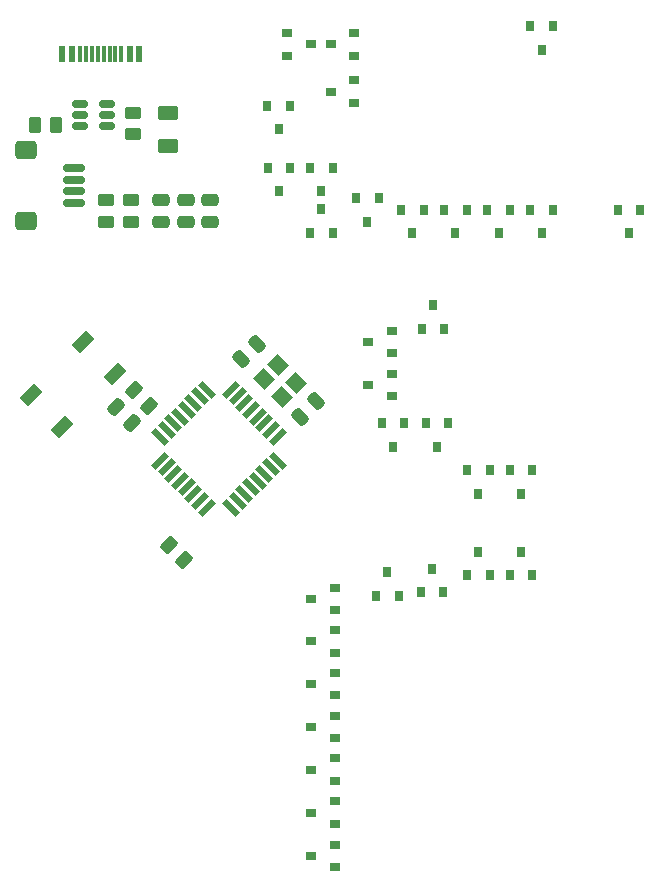
<source format=gbr>
G04 #@! TF.GenerationSoftware,KiCad,Pcbnew,(6.0.4)*
G04 #@! TF.CreationDate,2022-03-30T23:50:22+02:00*
G04 #@! TF.ProjectId,pcb,7063622e-6b69-4636-9164-5f7063625858,rev?*
G04 #@! TF.SameCoordinates,Original*
G04 #@! TF.FileFunction,Paste,Bot*
G04 #@! TF.FilePolarity,Positive*
%FSLAX46Y46*%
G04 Gerber Fmt 4.6, Leading zero omitted, Abs format (unit mm)*
G04 Created by KiCad (PCBNEW (6.0.4)) date 2022-03-30 23:50:22*
%MOMM*%
%LPD*%
G01*
G04 APERTURE LIST*
G04 Aperture macros list*
%AMRoundRect*
0 Rectangle with rounded corners*
0 $1 Rounding radius*
0 $2 $3 $4 $5 $6 $7 $8 $9 X,Y pos of 4 corners*
0 Add a 4 corners polygon primitive as box body*
4,1,4,$2,$3,$4,$5,$6,$7,$8,$9,$2,$3,0*
0 Add four circle primitives for the rounded corners*
1,1,$1+$1,$2,$3*
1,1,$1+$1,$4,$5*
1,1,$1+$1,$6,$7*
1,1,$1+$1,$8,$9*
0 Add four rect primitives between the rounded corners*
20,1,$1+$1,$2,$3,$4,$5,0*
20,1,$1+$1,$4,$5,$6,$7,0*
20,1,$1+$1,$6,$7,$8,$9,0*
20,1,$1+$1,$8,$9,$2,$3,0*%
%AMRotRect*
0 Rectangle, with rotation*
0 The origin of the aperture is its center*
0 $1 length*
0 $2 width*
0 $3 Rotation angle, in degrees counterclockwise*
0 Add horizontal line*
21,1,$1,$2,0,0,$3*%
G04 Aperture macros list end*
%ADD10R,0.800000X0.900000*%
%ADD11R,0.900000X0.800000*%
%ADD12RoundRect,0.250000X0.475000X-0.250000X0.475000X0.250000X-0.475000X0.250000X-0.475000X-0.250000X0*%
%ADD13RoundRect,0.250000X0.159099X-0.512652X0.512652X-0.159099X-0.159099X0.512652X-0.512652X0.159099X0*%
%ADD14RoundRect,0.250000X0.503814X0.132583X0.132583X0.503814X-0.503814X-0.132583X-0.132583X-0.503814X0*%
%ADD15RoundRect,0.250000X0.262500X0.450000X-0.262500X0.450000X-0.262500X-0.450000X0.262500X-0.450000X0*%
%ADD16RoundRect,0.250000X-0.450000X0.262500X-0.450000X-0.262500X0.450000X-0.262500X0.450000X0.262500X0*%
%ADD17RoundRect,0.250000X0.512652X0.159099X0.159099X0.512652X-0.512652X-0.159099X-0.159099X-0.512652X0*%
%ADD18RotRect,1.600000X0.550000X225.000000*%
%ADD19RotRect,1.600000X0.550000X135.000000*%
%ADD20RotRect,1.400000X1.200000X315.000000*%
%ADD21RoundRect,0.150000X0.775000X-0.150000X0.775000X0.150000X-0.775000X0.150000X-0.775000X-0.150000X0*%
%ADD22RoundRect,0.332800X0.567200X-0.467200X0.567200X0.467200X-0.567200X0.467200X-0.567200X-0.467200X0*%
%ADD23RoundRect,0.150000X0.512500X0.150000X-0.512500X0.150000X-0.512500X-0.150000X0.512500X-0.150000X0*%
%ADD24RoundRect,0.250000X-0.625000X0.375000X-0.625000X-0.375000X0.625000X-0.375000X0.625000X0.375000X0*%
%ADD25R,0.600000X1.450000*%
%ADD26R,0.300000X1.450000*%
%ADD27RotRect,1.700000X1.000000X225.000000*%
%ADD28RoundRect,0.250000X-0.159099X0.512652X-0.512652X0.159099X0.159099X-0.512652X0.512652X-0.159099X0*%
G04 APERTURE END LIST*
D10*
X47550000Y-52650000D03*
X45650000Y-52650000D03*
X46600000Y-50650000D03*
D11*
X38400000Y-55850000D03*
X38400000Y-57750000D03*
X36400000Y-56800000D03*
D10*
X43800000Y-52950000D03*
X41900000Y-52950000D03*
X42850000Y-50950000D03*
D12*
X23650000Y-21300000D03*
X23650000Y-19400000D03*
D10*
X51300000Y-20250000D03*
X53200000Y-20250000D03*
X52250000Y-22250000D03*
D13*
X30428249Y-32921751D03*
X31771751Y-31578249D03*
D10*
X36300000Y-16700000D03*
X38200000Y-16700000D03*
X37250000Y-18700000D03*
D14*
X22645235Y-36845235D03*
X21354765Y-35554765D03*
D10*
X32700000Y-16700000D03*
X34600000Y-16700000D03*
X33650000Y-18700000D03*
D11*
X40050000Y-9300000D03*
X40050000Y-11200000D03*
X38050000Y-10250000D03*
X38400000Y-52250000D03*
X38400000Y-54150000D03*
X36400000Y-53200000D03*
D10*
X46100000Y-38300000D03*
X48000000Y-38300000D03*
X47050000Y-40300000D03*
X53200000Y-42300000D03*
X55100000Y-42300000D03*
X54150000Y-44300000D03*
D15*
X14812500Y-13050000D03*
X12987500Y-13050000D03*
D16*
X19000000Y-19437500D03*
X19000000Y-21262500D03*
D11*
X40050000Y-5300000D03*
X40050000Y-7200000D03*
X38050000Y-6250000D03*
D17*
X21221751Y-38321751D03*
X19878249Y-36978249D03*
D18*
X29600305Y-35496147D03*
X30165990Y-36061833D03*
X30731676Y-36627518D03*
X31297361Y-37193203D03*
X31863047Y-37758889D03*
X32428732Y-38324574D03*
X32994417Y-38890260D03*
X33560103Y-39455945D03*
D19*
X33560103Y-41506555D03*
X32994417Y-42072240D03*
X32428732Y-42637926D03*
X31863047Y-43203611D03*
X31297361Y-43769297D03*
X30731676Y-44334982D03*
X30165990Y-44900667D03*
X29600305Y-45466353D03*
D18*
X27549695Y-45466353D03*
X26984010Y-44900667D03*
X26418324Y-44334982D03*
X25852639Y-43769297D03*
X25286953Y-43203611D03*
X24721268Y-42637926D03*
X24155583Y-42072240D03*
X23589897Y-41506555D03*
D19*
X23589897Y-39455945D03*
X24155583Y-38890260D03*
X24721268Y-38324574D03*
X25286953Y-37758889D03*
X25852639Y-37193203D03*
X26418324Y-36627518D03*
X26984010Y-36061833D03*
X27549695Y-35496147D03*
D20*
X33573223Y-33371142D03*
X35128858Y-34926777D03*
X33926777Y-36128858D03*
X32371142Y-34573223D03*
D12*
X27850000Y-21300000D03*
X27850000Y-19400000D03*
D21*
X16300000Y-19700000D03*
X16300000Y-18700000D03*
X16300000Y-17700000D03*
X16300000Y-16700000D03*
D22*
X12275000Y-21200000D03*
X12275000Y-15200000D03*
D14*
X25645235Y-49895235D03*
X24354765Y-48604765D03*
D10*
X47650000Y-20250000D03*
X49550000Y-20250000D03*
X48600000Y-22250000D03*
D11*
X43200000Y-34150000D03*
X43200000Y-36050000D03*
X41200000Y-35100000D03*
D10*
X51500000Y-51200000D03*
X49600000Y-51200000D03*
X50550000Y-49200000D03*
D11*
X38400000Y-70350000D03*
X38400000Y-72250000D03*
X36400000Y-71300000D03*
X43200000Y-30500000D03*
X43200000Y-32400000D03*
X41200000Y-31450000D03*
D12*
X25750000Y-21300000D03*
X25750000Y-19400000D03*
D10*
X54950000Y-4700000D03*
X56850000Y-4700000D03*
X55900000Y-6700000D03*
X38200000Y-22200000D03*
X36300000Y-22200000D03*
X37250000Y-20200000D03*
D16*
X21300000Y-12037500D03*
X21300000Y-13862500D03*
D23*
X19112980Y-11266500D03*
X19112980Y-12216500D03*
X19112980Y-13166500D03*
X16837980Y-13166500D03*
X16837980Y-12216500D03*
X16837980Y-11266500D03*
D16*
X21100000Y-19437500D03*
X21100000Y-21262500D03*
D24*
X24250000Y-12050000D03*
X24250000Y-14850000D03*
D10*
X49600000Y-42300000D03*
X51500000Y-42300000D03*
X50550000Y-44300000D03*
D11*
X38400000Y-66700000D03*
X38400000Y-68600000D03*
X36400000Y-67650000D03*
X38400000Y-74000000D03*
X38400000Y-75900000D03*
X36400000Y-74950000D03*
D10*
X44000000Y-20250000D03*
X45900000Y-20250000D03*
X44950000Y-22250000D03*
D11*
X38400000Y-63100000D03*
X38400000Y-65000000D03*
X36400000Y-64050000D03*
X34360000Y-7200000D03*
X34360000Y-5300000D03*
X36360000Y-6250000D03*
X38400000Y-59450000D03*
X38400000Y-61350000D03*
X36400000Y-60400000D03*
D10*
X40200000Y-19300000D03*
X42100000Y-19300000D03*
X41150000Y-21300000D03*
D25*
X15315000Y-7080000D03*
X16115000Y-7080000D03*
D26*
X17315000Y-7080000D03*
X18315000Y-7080000D03*
X18815000Y-7080000D03*
X19815000Y-7080000D03*
D25*
X21015000Y-7080000D03*
X21815000Y-7080000D03*
X21815000Y-7080000D03*
X21015000Y-7080000D03*
D26*
X20315000Y-7080000D03*
X19315000Y-7080000D03*
X17815000Y-7080000D03*
X16815000Y-7080000D03*
D25*
X16115000Y-7080000D03*
X15315000Y-7080000D03*
D10*
X47650000Y-30350000D03*
X45750000Y-30350000D03*
X46700000Y-28350000D03*
X32690000Y-11430000D03*
X34590000Y-11430000D03*
X33640000Y-13430000D03*
D27*
X17083883Y-31479111D03*
X12629111Y-35933883D03*
X19770889Y-34166117D03*
X15316117Y-38620889D03*
D10*
X54950000Y-20250000D03*
X56850000Y-20250000D03*
X55900000Y-22250000D03*
D28*
X36821751Y-36478249D03*
X35478249Y-37821751D03*
D10*
X42350000Y-38300000D03*
X44250000Y-38300000D03*
X43300000Y-40300000D03*
X55100000Y-51200000D03*
X53200000Y-51200000D03*
X54150000Y-49200000D03*
X62350000Y-20250000D03*
X64250000Y-20250000D03*
X63300000Y-22250000D03*
M02*

</source>
